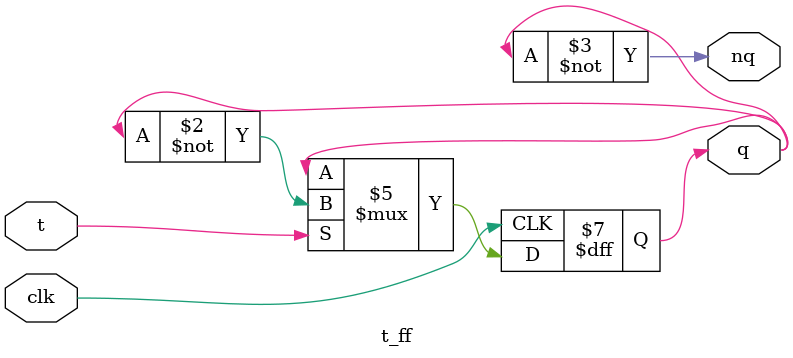
<source format=v>
module t_ff(
    input  wire clk,
    input  wire t,
    output reg  q,
    output wire nq
);
    always @(posedge clk) begin
        if (t)
            q <= ~q;
        else
            q <= q;
    end
    assign nq = ~q;
endmodule
</source>
